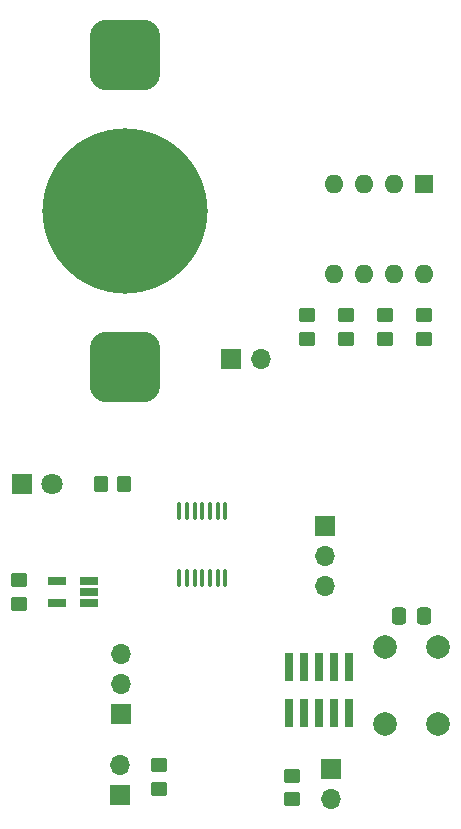
<source format=gbr>
%TF.GenerationSoftware,KiCad,Pcbnew,(6.0.0)*%
%TF.CreationDate,2022-10-14T23:46:23+01:00*%
%TF.ProjectId,MIDIPresetController,4d494449-5072-4657-9365-74436f6e7472,rev?*%
%TF.SameCoordinates,Original*%
%TF.FileFunction,Soldermask,Top*%
%TF.FilePolarity,Negative*%
%FSLAX46Y46*%
G04 Gerber Fmt 4.6, Leading zero omitted, Abs format (unit mm)*
G04 Created by KiCad (PCBNEW (6.0.0)) date 2022-10-14 23:46:23*
%MOMM*%
%LPD*%
G01*
G04 APERTURE LIST*
G04 Aperture macros list*
%AMRoundRect*
0 Rectangle with rounded corners*
0 $1 Rounding radius*
0 $2 $3 $4 $5 $6 $7 $8 $9 X,Y pos of 4 corners*
0 Add a 4 corners polygon primitive as box body*
4,1,4,$2,$3,$4,$5,$6,$7,$8,$9,$2,$3,0*
0 Add four circle primitives for the rounded corners*
1,1,$1+$1,$2,$3*
1,1,$1+$1,$4,$5*
1,1,$1+$1,$6,$7*
1,1,$1+$1,$8,$9*
0 Add four rect primitives between the rounded corners*
20,1,$1+$1,$2,$3,$4,$5,0*
20,1,$1+$1,$4,$5,$6,$7,0*
20,1,$1+$1,$6,$7,$8,$9,0*
20,1,$1+$1,$8,$9,$2,$3,0*%
G04 Aperture macros list end*
%ADD10RoundRect,0.250000X0.350000X0.450000X-0.350000X0.450000X-0.350000X-0.450000X0.350000X-0.450000X0*%
%ADD11R,1.800000X1.800000*%
%ADD12C,1.800000*%
%ADD13R,1.700000X1.700000*%
%ADD14O,1.700000X1.700000*%
%ADD15RoundRect,0.250000X-0.450000X0.350000X-0.450000X-0.350000X0.450000X-0.350000X0.450000X0.350000X0*%
%ADD16RoundRect,1.500000X1.500000X-1.500000X1.500000X1.500000X-1.500000X1.500000X-1.500000X-1.500000X0*%
%ADD17C,14.000000*%
%ADD18R,1.560000X0.650000*%
%ADD19RoundRect,0.100000X-0.100000X0.637500X-0.100000X-0.637500X0.100000X-0.637500X0.100000X0.637500X0*%
%ADD20RoundRect,0.250000X0.450000X-0.350000X0.450000X0.350000X-0.450000X0.350000X-0.450000X-0.350000X0*%
%ADD21RoundRect,0.250000X0.337500X0.475000X-0.337500X0.475000X-0.337500X-0.475000X0.337500X-0.475000X0*%
%ADD22C,2.000000*%
%ADD23R,0.740000X2.400000*%
%ADD24R,1.600000X1.600000*%
%ADD25O,1.600000X1.600000*%
G04 APERTURE END LIST*
D10*
%TO.C,R9*%
X133080000Y-102616000D03*
X131080000Y-102616000D03*
%TD*%
D11*
%TO.C,D1*%
X124455000Y-102616000D03*
D12*
X126995000Y-102616000D03*
%TD*%
D13*
%TO.C,J4*%
X132772000Y-128910000D03*
D14*
X132772000Y-126370000D03*
%TD*%
D15*
%TO.C,R7*%
X151892000Y-88281000D03*
X151892000Y-90281000D03*
%TD*%
D16*
%TO.C,BT1*%
X133146800Y-66287029D03*
X133146800Y-92703029D03*
D17*
X133146800Y-79495029D03*
%TD*%
D18*
%TO.C,U1*%
X130122446Y-112674044D03*
X130122446Y-111724044D03*
X130122446Y-110774044D03*
X127422446Y-110774044D03*
X127422446Y-112674044D03*
%TD*%
D19*
%TO.C,U2*%
X141650000Y-104833500D03*
X141000000Y-104833500D03*
X140350000Y-104833500D03*
X139700000Y-104833500D03*
X139050000Y-104833500D03*
X138400000Y-104833500D03*
X137750000Y-104833500D03*
X137750000Y-110558500D03*
X138400000Y-110558500D03*
X139050000Y-110558500D03*
X139700000Y-110558500D03*
X140350000Y-110558500D03*
X141000000Y-110558500D03*
X141650000Y-110558500D03*
%TD*%
D15*
%TO.C,R4*%
X155194000Y-88281000D03*
X155194000Y-90281000D03*
%TD*%
D13*
%TO.C,J5*%
X150555000Y-126725388D03*
D14*
X150555000Y-129265388D03*
%TD*%
D20*
%TO.C,R6*%
X147253000Y-129265388D03*
X147253000Y-127265388D03*
%TD*%
D15*
%TO.C,R5*%
X136017000Y-126381000D03*
X136017000Y-128381000D03*
%TD*%
D13*
%TO.C,J2*%
X132842000Y-122047000D03*
D14*
X132842000Y-119507000D03*
X132842000Y-116967000D03*
%TD*%
D15*
%TO.C,R3*%
X158496000Y-88281000D03*
X158496000Y-90281000D03*
%TD*%
D21*
%TO.C,C1*%
X158441300Y-113741200D03*
X156366300Y-113741200D03*
%TD*%
D15*
%TO.C,R1*%
X124200446Y-110724044D03*
X124200446Y-112724044D03*
%TD*%
D22*
%TO.C,SW1*%
X159653800Y-116358600D03*
X159653800Y-122858600D03*
X155153800Y-122858600D03*
X155153800Y-116358600D03*
%TD*%
D23*
%TO.C,J3*%
X147015200Y-121965000D03*
X147015200Y-118065000D03*
X148285200Y-121965000D03*
X148285200Y-118065000D03*
X149555200Y-121965000D03*
X149555200Y-118065000D03*
X150825200Y-121965000D03*
X150825200Y-118065000D03*
X152095200Y-121965000D03*
X152095200Y-118065000D03*
%TD*%
D13*
%TO.C,JP1*%
X150051791Y-106103500D03*
D14*
X150051791Y-108643500D03*
X150051791Y-111183500D03*
%TD*%
D15*
%TO.C,R8*%
X148590000Y-88281000D03*
X148590000Y-90281000D03*
%TD*%
D24*
%TO.C,SW2*%
X158496000Y-77216000D03*
D25*
X155956000Y-77216000D03*
X153416000Y-77216000D03*
X150876000Y-77216000D03*
X150876000Y-84836000D03*
X153416000Y-84836000D03*
X155956000Y-84836000D03*
X158496000Y-84836000D03*
%TD*%
D13*
%TO.C,J1*%
X142133400Y-92021544D03*
D14*
X144673400Y-92021544D03*
%TD*%
M02*

</source>
